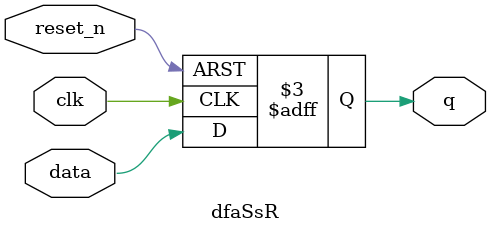
<source format=v>
module dfaSsR(data, clk, q, reset_n);
	input data, clk, reset_n;
	output reg q;

	always @(posedge clk or negedge reset_n) begin
		if (!reset_n)
			q <= 0;
		else
			q <= data;
	end

endmodule

</source>
